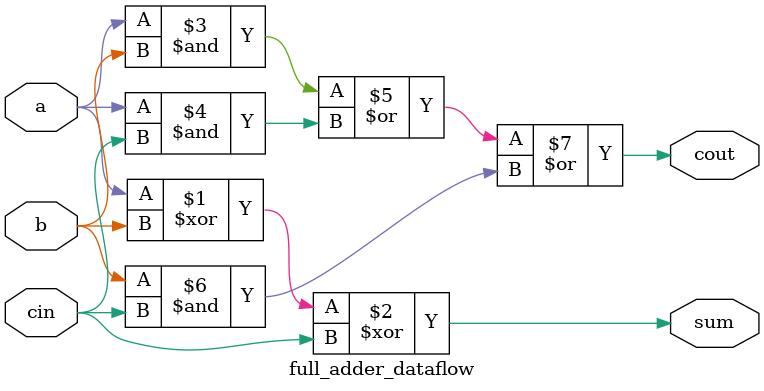
<source format=sv>


module full_adder_dataflow (
    input  logic a,      // First input
    input  logic b,      // Second input
    input  logic cin,    // Carry in
    output logic sum,    // Sum output
    output logic cout    // Carry out
);


assign sum = a ^ b ^ cin;
assign cout = (a & b) | (a & cin) | (b & cin);

endmodule



</source>
